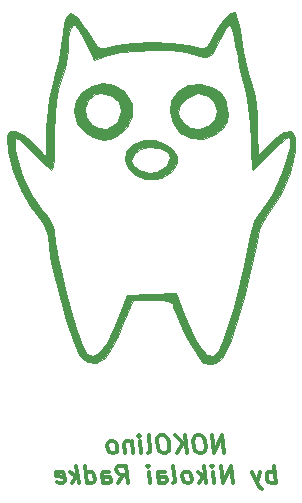
<source format=gbr>
G04 #@! TF.FileFunction,Legend,Bot*
%FSLAX46Y46*%
G04 Gerber Fmt 4.6, Leading zero omitted, Abs format (unit mm)*
G04 Created by KiCad (PCBNEW 4.0.6+dfsg1-1) date Tue Mar 13 19:58:14 2018*
%MOMM*%
%LPD*%
G01*
G04 APERTURE LIST*
%ADD10C,0.100000*%
%ADD11C,0.300000*%
%ADD12C,0.010000*%
G04 APERTURE END LIST*
D10*
D11*
X167941964Y-127103571D02*
X167754464Y-125603571D01*
X167084821Y-127103571D01*
X166897321Y-125603571D01*
X165897321Y-125603571D02*
X165611607Y-125603571D01*
X165477678Y-125675000D01*
X165352678Y-125817857D01*
X165316964Y-126103571D01*
X165379464Y-126603571D01*
X165486607Y-126889286D01*
X165647321Y-127032143D01*
X165799107Y-127103571D01*
X166084821Y-127103571D01*
X166218750Y-127032143D01*
X166343750Y-126889286D01*
X166379464Y-126603571D01*
X166316964Y-126103571D01*
X166209821Y-125817857D01*
X166049107Y-125675000D01*
X165897321Y-125603571D01*
X164799106Y-127103571D02*
X164611606Y-125603571D01*
X163941963Y-127103571D02*
X164477678Y-126246429D01*
X163754463Y-125603571D02*
X164718749Y-126460714D01*
X162825892Y-125603571D02*
X162540178Y-125603571D01*
X162406249Y-125675000D01*
X162281249Y-125817857D01*
X162245535Y-126103571D01*
X162308035Y-126603571D01*
X162415178Y-126889286D01*
X162575892Y-127032143D01*
X162727678Y-127103571D01*
X163013392Y-127103571D01*
X163147321Y-127032143D01*
X163272321Y-126889286D01*
X163308035Y-126603571D01*
X163245535Y-126103571D01*
X163138392Y-125817857D01*
X162977678Y-125675000D01*
X162825892Y-125603571D01*
X161513391Y-127103571D02*
X161647321Y-127032143D01*
X161700892Y-126889286D01*
X161540177Y-125603571D01*
X160941963Y-127103571D02*
X160816963Y-126103571D01*
X160754463Y-125603571D02*
X160834821Y-125675000D01*
X160772321Y-125746429D01*
X160691964Y-125675000D01*
X160754463Y-125603571D01*
X160772321Y-125746429D01*
X160102677Y-126103571D02*
X160227677Y-127103571D01*
X160120535Y-126246429D02*
X160040178Y-126175000D01*
X159888391Y-126103571D01*
X159674106Y-126103571D01*
X159540178Y-126175000D01*
X159486606Y-126317857D01*
X159584820Y-127103571D01*
X158656248Y-127103571D02*
X158790178Y-127032143D01*
X158852677Y-126960714D01*
X158906249Y-126817857D01*
X158852678Y-126389286D01*
X158763392Y-126246429D01*
X158683035Y-126175000D01*
X158531248Y-126103571D01*
X158316963Y-126103571D01*
X158183035Y-126175000D01*
X158120535Y-126246429D01*
X158066963Y-126389286D01*
X158120534Y-126817857D01*
X158209820Y-126960714D01*
X158290178Y-127032143D01*
X158441963Y-127103571D01*
X158656248Y-127103571D01*
X172334821Y-129653571D02*
X172147321Y-128153571D01*
X172218750Y-128725000D02*
X172066964Y-128653571D01*
X171781250Y-128653571D01*
X171647322Y-128725000D01*
X171584822Y-128796429D01*
X171531250Y-128939286D01*
X171584821Y-129367857D01*
X171674107Y-129510714D01*
X171754465Y-129582143D01*
X171906250Y-129653571D01*
X172191964Y-129653571D01*
X172325893Y-129582143D01*
X170995535Y-128653571D02*
X170763392Y-129653571D01*
X170281250Y-128653571D02*
X170763392Y-129653571D01*
X170950893Y-130010714D01*
X171031250Y-130082143D01*
X171183035Y-130153571D01*
X168691964Y-129653571D02*
X168504464Y-128153571D01*
X167834821Y-129653571D01*
X167647321Y-128153571D01*
X167120535Y-129653571D02*
X166995535Y-128653571D01*
X166933035Y-128153571D02*
X167013393Y-128225000D01*
X166950893Y-128296429D01*
X166870536Y-128225000D01*
X166933035Y-128153571D01*
X166950893Y-128296429D01*
X166406249Y-129653571D02*
X166218749Y-128153571D01*
X166191964Y-129082143D02*
X165834821Y-129653571D01*
X165709821Y-128653571D02*
X166352678Y-129225000D01*
X164977677Y-129653571D02*
X165111607Y-129582143D01*
X165174106Y-129510714D01*
X165227678Y-129367857D01*
X165174107Y-128939286D01*
X165084821Y-128796429D01*
X165004464Y-128725000D01*
X164852677Y-128653571D01*
X164638392Y-128653571D01*
X164504464Y-128725000D01*
X164441964Y-128796429D01*
X164388392Y-128939286D01*
X164441963Y-129367857D01*
X164531249Y-129510714D01*
X164611607Y-129582143D01*
X164763392Y-129653571D01*
X164977677Y-129653571D01*
X163620534Y-129653571D02*
X163754464Y-129582143D01*
X163808035Y-129439286D01*
X163647320Y-128153571D01*
X162406249Y-129653571D02*
X162308035Y-128867857D01*
X162361607Y-128725000D01*
X162495535Y-128653571D01*
X162781249Y-128653571D01*
X162933035Y-128725000D01*
X162397321Y-129582143D02*
X162549106Y-129653571D01*
X162906249Y-129653571D01*
X163040178Y-129582143D01*
X163093750Y-129439286D01*
X163075893Y-129296429D01*
X162986606Y-129153571D01*
X162834821Y-129082143D01*
X162477678Y-129082143D01*
X162325892Y-129010714D01*
X161691963Y-129653571D02*
X161566963Y-128653571D01*
X161504463Y-128153571D02*
X161584821Y-128225000D01*
X161522321Y-128296429D01*
X161441964Y-128225000D01*
X161504463Y-128153571D01*
X161522321Y-128296429D01*
X158977677Y-129653571D02*
X159388392Y-128939286D01*
X159834820Y-129653571D02*
X159647320Y-128153571D01*
X159075892Y-128153571D01*
X158941963Y-128225000D01*
X158879464Y-128296429D01*
X158825892Y-128439286D01*
X158852677Y-128653571D01*
X158941964Y-128796429D01*
X159022320Y-128867857D01*
X159174107Y-128939286D01*
X159745535Y-128939286D01*
X157691963Y-129653571D02*
X157593749Y-128867857D01*
X157647321Y-128725000D01*
X157781249Y-128653571D01*
X158066963Y-128653571D01*
X158218749Y-128725000D01*
X157683035Y-129582143D02*
X157834820Y-129653571D01*
X158191963Y-129653571D01*
X158325892Y-129582143D01*
X158379464Y-129439286D01*
X158361607Y-129296429D01*
X158272320Y-129153571D01*
X158120535Y-129082143D01*
X157763392Y-129082143D01*
X157611606Y-129010714D01*
X156334820Y-129653571D02*
X156147320Y-128153571D01*
X156325892Y-129582143D02*
X156477677Y-129653571D01*
X156763391Y-129653571D01*
X156897321Y-129582143D01*
X156959820Y-129510714D01*
X157013392Y-129367857D01*
X156959821Y-128939286D01*
X156870535Y-128796429D01*
X156790178Y-128725000D01*
X156638391Y-128653571D01*
X156352677Y-128653571D01*
X156218749Y-128725000D01*
X155620534Y-129653571D02*
X155433034Y-128153571D01*
X155406249Y-129082143D02*
X155049106Y-129653571D01*
X154924106Y-128653571D02*
X155566963Y-129225000D01*
X153825892Y-129582143D02*
X153977677Y-129653571D01*
X154263391Y-129653571D01*
X154397320Y-129582143D01*
X154450892Y-129439286D01*
X154379463Y-128867857D01*
X154290177Y-128725000D01*
X154138391Y-128653571D01*
X153852677Y-128653571D01*
X153718749Y-128725000D01*
X153665177Y-128867857D01*
X153683034Y-129010714D01*
X154415177Y-129153571D01*
D12*
G36*
X168481860Y-89813148D02*
X167999074Y-90273323D01*
X167467834Y-90962873D01*
X166998515Y-91748432D01*
X166839436Y-92091666D01*
X166473347Y-92717596D01*
X166076186Y-92837213D01*
X166019827Y-92818907D01*
X164919203Y-92542514D01*
X163459045Y-92372170D01*
X161834807Y-92311033D01*
X160241941Y-92362258D01*
X158875902Y-92529004D01*
X158224983Y-92693006D01*
X157786554Y-92832963D01*
X157471294Y-92836738D01*
X157178195Y-92622806D01*
X156806247Y-92109641D01*
X156254441Y-91215719D01*
X156119377Y-90993551D01*
X155519199Y-90193325D01*
X155005632Y-89872534D01*
X154624124Y-90052955D01*
X154532302Y-90233040D01*
X154426357Y-90690367D01*
X154287507Y-91527316D01*
X154145983Y-92561374D01*
X153943048Y-93790353D01*
X153661309Y-95002799D01*
X153415863Y-95783333D01*
X153089447Y-97072603D01*
X152916078Y-98795931D01*
X152893817Y-99526160D01*
X152860000Y-101998987D01*
X151780447Y-100866716D01*
X150959820Y-100141575D01*
X150266906Y-99781602D01*
X149780606Y-99809698D01*
X149581007Y-100228333D01*
X149678857Y-101617049D01*
X150086822Y-103207416D01*
X150729174Y-104789114D01*
X151530183Y-106151820D01*
X151866198Y-106575062D01*
X152644121Y-107606909D01*
X152979226Y-108456800D01*
X153001112Y-108719856D01*
X153087960Y-109685384D01*
X153323962Y-111016815D01*
X153672305Y-112576632D01*
X154096177Y-114227319D01*
X154558766Y-115831359D01*
X155023257Y-117251235D01*
X155452840Y-118349432D01*
X155714253Y-118855000D01*
X156325178Y-119385911D01*
X157076862Y-119434876D01*
X157825655Y-119007505D01*
X158046828Y-118763928D01*
X158439424Y-118136787D01*
X158924472Y-117184102D01*
X159398398Y-116109640D01*
X159407867Y-116086295D01*
X160197778Y-114134733D01*
X161846978Y-114131255D01*
X162794602Y-114155554D01*
X163322599Y-114264056D01*
X163574478Y-114502546D01*
X163647288Y-114705628D01*
X163927578Y-115508118D01*
X164372189Y-116503095D01*
X164902123Y-117542669D01*
X165438381Y-118478951D01*
X165901965Y-119164052D01*
X166173777Y-119435363D01*
X166849524Y-119561452D01*
X167276346Y-119483333D01*
X167776189Y-119024223D01*
X168298008Y-118031867D01*
X168504702Y-117503411D01*
X168862103Y-116432639D01*
X169262712Y-115087943D01*
X169673879Y-113597438D01*
X170062952Y-112089238D01*
X170397281Y-110691458D01*
X170644215Y-109532213D01*
X170771103Y-108739617D01*
X170781112Y-108571278D01*
X170955339Y-107965840D01*
X171402226Y-107167088D01*
X171780759Y-106652835D01*
X172749621Y-105143635D01*
X173493250Y-103347731D01*
X173908134Y-101529584D01*
X173947415Y-101117348D01*
X173912504Y-100530377D01*
X173558507Y-100530377D01*
X173515940Y-101148633D01*
X173295375Y-102039347D01*
X172937733Y-103088206D01*
X172483934Y-104180899D01*
X171974899Y-105203115D01*
X171451548Y-106040541D01*
X171225787Y-106322696D01*
X170449099Y-107473702D01*
X170109741Y-108707220D01*
X169890494Y-109986448D01*
X169542263Y-111607621D01*
X169113532Y-113376865D01*
X168652789Y-115100304D01*
X168208516Y-116584064D01*
X167958216Y-117310350D01*
X167475650Y-118370168D01*
X167005824Y-118872569D01*
X166511331Y-118822346D01*
X165954764Y-118224295D01*
X165581333Y-117615007D01*
X165026517Y-116515183D01*
X164506267Y-115315367D01*
X164358304Y-114923285D01*
X163867755Y-113542111D01*
X161778067Y-113623278D01*
X159688379Y-113704444D01*
X159308371Y-114804606D01*
X158638740Y-116528194D01*
X157984487Y-117801252D01*
X157366151Y-118600487D01*
X156804272Y-118902610D01*
X156319389Y-118684328D01*
X156130676Y-118408048D01*
X155817879Y-117667267D01*
X155428138Y-116516718D01*
X155000361Y-115099058D01*
X154573459Y-113556947D01*
X154186342Y-112033041D01*
X153877921Y-110669999D01*
X153687106Y-109610480D01*
X153654624Y-109330000D01*
X153520666Y-108241149D01*
X153293842Y-107496426D01*
X152888684Y-106875559D01*
X152559534Y-106507778D01*
X151585492Y-105177188D01*
X150800495Y-103522916D01*
X150311612Y-101779737D01*
X150262944Y-101471877D01*
X150194557Y-100770594D01*
X150268743Y-100444141D01*
X150540957Y-100506138D01*
X151066656Y-100970209D01*
X151901296Y-101849976D01*
X151930337Y-101881469D01*
X152578329Y-102542959D01*
X153092083Y-102992701D01*
X153319278Y-103121111D01*
X153418393Y-102857948D01*
X153498443Y-102144517D01*
X153550349Y-101094909D01*
X153565556Y-100027115D01*
X153592298Y-98432796D01*
X153685621Y-97243419D01*
X153865173Y-96301439D01*
X154130000Y-95501111D01*
X154461576Y-94461549D01*
X154666566Y-93437530D01*
X154698299Y-93021219D01*
X154761579Y-91971534D01*
X154923125Y-91214461D01*
X155153298Y-90856737D01*
X155296342Y-90867591D01*
X155558373Y-91191573D01*
X155958335Y-91855149D01*
X156250685Y-92404596D01*
X156949526Y-93783691D01*
X158115246Y-93372401D01*
X159115691Y-93144945D01*
X160452009Y-93007977D01*
X161944777Y-92961723D01*
X163414574Y-93006410D01*
X164681978Y-93142264D01*
X165552280Y-93363030D01*
X166128429Y-93574785D01*
X166534135Y-93573060D01*
X166882029Y-93278444D01*
X167284744Y-92611525D01*
X167662202Y-91875429D01*
X168051884Y-91206473D01*
X168364825Y-90851734D01*
X168472466Y-90839984D01*
X168608909Y-91195203D01*
X168788902Y-91952079D01*
X168975596Y-92953579D01*
X168992150Y-93054555D01*
X169232755Y-94354674D01*
X169527829Y-95694608D01*
X169768261Y-96620949D01*
X170003121Y-97765953D01*
X170162011Y-99218119D01*
X170216667Y-100642615D01*
X170230334Y-101746315D01*
X170266882Y-102597104D01*
X170319636Y-103067495D01*
X170346469Y-103121111D01*
X170589450Y-102930738D01*
X171103435Y-102431008D01*
X171778411Y-101729005D01*
X171796200Y-101710000D01*
X172495626Y-101001018D01*
X173064618Y-100494382D01*
X173380882Y-100298904D01*
X173382155Y-100298889D01*
X173558507Y-100530377D01*
X173912504Y-100530377D01*
X173892919Y-100201112D01*
X173580149Y-99785647D01*
X173012366Y-99871527D01*
X172192833Y-100459327D01*
X171878708Y-100752778D01*
X170781112Y-101824553D01*
X170760140Y-99862276D01*
X170725515Y-98475751D01*
X170634478Y-97425078D01*
X170454007Y-96482150D01*
X170151081Y-95418859D01*
X170087949Y-95218889D01*
X169832418Y-94267413D01*
X169564356Y-93036975D01*
X169360234Y-91903694D01*
X169173370Y-90889808D01*
X168980714Y-90114166D01*
X168820694Y-89728416D01*
X168805814Y-89715715D01*
X168481860Y-89813148D01*
X168481860Y-89813148D01*
G37*
X168481860Y-89813148D02*
X167999074Y-90273323D01*
X167467834Y-90962873D01*
X166998515Y-91748432D01*
X166839436Y-92091666D01*
X166473347Y-92717596D01*
X166076186Y-92837213D01*
X166019827Y-92818907D01*
X164919203Y-92542514D01*
X163459045Y-92372170D01*
X161834807Y-92311033D01*
X160241941Y-92362258D01*
X158875902Y-92529004D01*
X158224983Y-92693006D01*
X157786554Y-92832963D01*
X157471294Y-92836738D01*
X157178195Y-92622806D01*
X156806247Y-92109641D01*
X156254441Y-91215719D01*
X156119377Y-90993551D01*
X155519199Y-90193325D01*
X155005632Y-89872534D01*
X154624124Y-90052955D01*
X154532302Y-90233040D01*
X154426357Y-90690367D01*
X154287507Y-91527316D01*
X154145983Y-92561374D01*
X153943048Y-93790353D01*
X153661309Y-95002799D01*
X153415863Y-95783333D01*
X153089447Y-97072603D01*
X152916078Y-98795931D01*
X152893817Y-99526160D01*
X152860000Y-101998987D01*
X151780447Y-100866716D01*
X150959820Y-100141575D01*
X150266906Y-99781602D01*
X149780606Y-99809698D01*
X149581007Y-100228333D01*
X149678857Y-101617049D01*
X150086822Y-103207416D01*
X150729174Y-104789114D01*
X151530183Y-106151820D01*
X151866198Y-106575062D01*
X152644121Y-107606909D01*
X152979226Y-108456800D01*
X153001112Y-108719856D01*
X153087960Y-109685384D01*
X153323962Y-111016815D01*
X153672305Y-112576632D01*
X154096177Y-114227319D01*
X154558766Y-115831359D01*
X155023257Y-117251235D01*
X155452840Y-118349432D01*
X155714253Y-118855000D01*
X156325178Y-119385911D01*
X157076862Y-119434876D01*
X157825655Y-119007505D01*
X158046828Y-118763928D01*
X158439424Y-118136787D01*
X158924472Y-117184102D01*
X159398398Y-116109640D01*
X159407867Y-116086295D01*
X160197778Y-114134733D01*
X161846978Y-114131255D01*
X162794602Y-114155554D01*
X163322599Y-114264056D01*
X163574478Y-114502546D01*
X163647288Y-114705628D01*
X163927578Y-115508118D01*
X164372189Y-116503095D01*
X164902123Y-117542669D01*
X165438381Y-118478951D01*
X165901965Y-119164052D01*
X166173777Y-119435363D01*
X166849524Y-119561452D01*
X167276346Y-119483333D01*
X167776189Y-119024223D01*
X168298008Y-118031867D01*
X168504702Y-117503411D01*
X168862103Y-116432639D01*
X169262712Y-115087943D01*
X169673879Y-113597438D01*
X170062952Y-112089238D01*
X170397281Y-110691458D01*
X170644215Y-109532213D01*
X170771103Y-108739617D01*
X170781112Y-108571278D01*
X170955339Y-107965840D01*
X171402226Y-107167088D01*
X171780759Y-106652835D01*
X172749621Y-105143635D01*
X173493250Y-103347731D01*
X173908134Y-101529584D01*
X173947415Y-101117348D01*
X173912504Y-100530377D01*
X173558507Y-100530377D01*
X173515940Y-101148633D01*
X173295375Y-102039347D01*
X172937733Y-103088206D01*
X172483934Y-104180899D01*
X171974899Y-105203115D01*
X171451548Y-106040541D01*
X171225787Y-106322696D01*
X170449099Y-107473702D01*
X170109741Y-108707220D01*
X169890494Y-109986448D01*
X169542263Y-111607621D01*
X169113532Y-113376865D01*
X168652789Y-115100304D01*
X168208516Y-116584064D01*
X167958216Y-117310350D01*
X167475650Y-118370168D01*
X167005824Y-118872569D01*
X166511331Y-118822346D01*
X165954764Y-118224295D01*
X165581333Y-117615007D01*
X165026517Y-116515183D01*
X164506267Y-115315367D01*
X164358304Y-114923285D01*
X163867755Y-113542111D01*
X161778067Y-113623278D01*
X159688379Y-113704444D01*
X159308371Y-114804606D01*
X158638740Y-116528194D01*
X157984487Y-117801252D01*
X157366151Y-118600487D01*
X156804272Y-118902610D01*
X156319389Y-118684328D01*
X156130676Y-118408048D01*
X155817879Y-117667267D01*
X155428138Y-116516718D01*
X155000361Y-115099058D01*
X154573459Y-113556947D01*
X154186342Y-112033041D01*
X153877921Y-110669999D01*
X153687106Y-109610480D01*
X153654624Y-109330000D01*
X153520666Y-108241149D01*
X153293842Y-107496426D01*
X152888684Y-106875559D01*
X152559534Y-106507778D01*
X151585492Y-105177188D01*
X150800495Y-103522916D01*
X150311612Y-101779737D01*
X150262944Y-101471877D01*
X150194557Y-100770594D01*
X150268743Y-100444141D01*
X150540957Y-100506138D01*
X151066656Y-100970209D01*
X151901296Y-101849976D01*
X151930337Y-101881469D01*
X152578329Y-102542959D01*
X153092083Y-102992701D01*
X153319278Y-103121111D01*
X153418393Y-102857948D01*
X153498443Y-102144517D01*
X153550349Y-101094909D01*
X153565556Y-100027115D01*
X153592298Y-98432796D01*
X153685621Y-97243419D01*
X153865173Y-96301439D01*
X154130000Y-95501111D01*
X154461576Y-94461549D01*
X154666566Y-93437530D01*
X154698299Y-93021219D01*
X154761579Y-91971534D01*
X154923125Y-91214461D01*
X155153298Y-90856737D01*
X155296342Y-90867591D01*
X155558373Y-91191573D01*
X155958335Y-91855149D01*
X156250685Y-92404596D01*
X156949526Y-93783691D01*
X158115246Y-93372401D01*
X159115691Y-93144945D01*
X160452009Y-93007977D01*
X161944777Y-92961723D01*
X163414574Y-93006410D01*
X164681978Y-93142264D01*
X165552280Y-93363030D01*
X166128429Y-93574785D01*
X166534135Y-93573060D01*
X166882029Y-93278444D01*
X167284744Y-92611525D01*
X167662202Y-91875429D01*
X168051884Y-91206473D01*
X168364825Y-90851734D01*
X168472466Y-90839984D01*
X168608909Y-91195203D01*
X168788902Y-91952079D01*
X168975596Y-92953579D01*
X168992150Y-93054555D01*
X169232755Y-94354674D01*
X169527829Y-95694608D01*
X169768261Y-96620949D01*
X170003121Y-97765953D01*
X170162011Y-99218119D01*
X170216667Y-100642615D01*
X170230334Y-101746315D01*
X170266882Y-102597104D01*
X170319636Y-103067495D01*
X170346469Y-103121111D01*
X170589450Y-102930738D01*
X171103435Y-102431008D01*
X171778411Y-101729005D01*
X171796200Y-101710000D01*
X172495626Y-101001018D01*
X173064618Y-100494382D01*
X173380882Y-100298904D01*
X173382155Y-100298889D01*
X173558507Y-100530377D01*
X173912504Y-100530377D01*
X173892919Y-100201112D01*
X173580149Y-99785647D01*
X173012366Y-99871527D01*
X172192833Y-100459327D01*
X171878708Y-100752778D01*
X170781112Y-101824553D01*
X170760140Y-99862276D01*
X170725515Y-98475751D01*
X170634478Y-97425078D01*
X170454007Y-96482150D01*
X170151081Y-95418859D01*
X170087949Y-95218889D01*
X169832418Y-94267413D01*
X169564356Y-93036975D01*
X169360234Y-91903694D01*
X169173370Y-90889808D01*
X168980714Y-90114166D01*
X168820694Y-89728416D01*
X168805814Y-89715715D01*
X168481860Y-89813148D01*
G36*
X160304901Y-100902925D02*
X160119463Y-101020448D01*
X159593181Y-101634393D01*
X159523523Y-102317977D01*
X159826615Y-102978184D01*
X160418580Y-103521999D01*
X161215542Y-103856407D01*
X162133625Y-103888394D01*
X162596667Y-103767559D01*
X163150363Y-103458932D01*
X163513889Y-103181655D01*
X163958844Y-102543479D01*
X163946805Y-102132170D01*
X163374325Y-102132170D01*
X163067684Y-102725559D01*
X162894687Y-102882847D01*
X162234965Y-103301631D01*
X161586481Y-103363514D01*
X160761026Y-103120656D01*
X160185202Y-102730157D01*
X160062537Y-102250394D01*
X160311425Y-101772722D01*
X160850258Y-101388497D01*
X161597432Y-101189075D01*
X162428008Y-101254534D01*
X163152191Y-101610747D01*
X163374325Y-102132170D01*
X163946805Y-102132170D01*
X163940186Y-101906064D01*
X163555406Y-101331481D01*
X162901996Y-100881804D01*
X162077448Y-100619104D01*
X161179252Y-100605454D01*
X160304901Y-100902925D01*
X160304901Y-100902925D01*
G37*
X160304901Y-100902925D02*
X160119463Y-101020448D01*
X159593181Y-101634393D01*
X159523523Y-102317977D01*
X159826615Y-102978184D01*
X160418580Y-103521999D01*
X161215542Y-103856407D01*
X162133625Y-103888394D01*
X162596667Y-103767559D01*
X163150363Y-103458932D01*
X163513889Y-103181655D01*
X163958844Y-102543479D01*
X163946805Y-102132170D01*
X163374325Y-102132170D01*
X163067684Y-102725559D01*
X162894687Y-102882847D01*
X162234965Y-103301631D01*
X161586481Y-103363514D01*
X160761026Y-103120656D01*
X160185202Y-102730157D01*
X160062537Y-102250394D01*
X160311425Y-101772722D01*
X160850258Y-101388497D01*
X161597432Y-101189075D01*
X162428008Y-101254534D01*
X163152191Y-101610747D01*
X163374325Y-102132170D01*
X163946805Y-102132170D01*
X163940186Y-101906064D01*
X163555406Y-101331481D01*
X162901996Y-100881804D01*
X162077448Y-100619104D01*
X161179252Y-100605454D01*
X160304901Y-100902925D01*
G36*
X164883097Y-95960619D02*
X164019864Y-96470262D01*
X163469435Y-97319188D01*
X163330445Y-98151920D01*
X163575336Y-99186340D01*
X164216395Y-99973544D01*
X165113203Y-100440424D01*
X166125338Y-100513871D01*
X167112223Y-100120885D01*
X167821048Y-99547233D01*
X168152237Y-99003343D01*
X168236790Y-98275860D01*
X168216765Y-98107679D01*
X167350565Y-98107679D01*
X167190315Y-98832366D01*
X166767204Y-99295108D01*
X165870112Y-99695772D01*
X165063274Y-99548521D01*
X164572223Y-99170000D01*
X164153603Y-98611260D01*
X164007778Y-98182222D01*
X164243676Y-97581143D01*
X164810214Y-97012462D01*
X165495662Y-96664881D01*
X165749445Y-96630000D01*
X166569322Y-96847264D01*
X167123298Y-97392901D01*
X167350565Y-98107679D01*
X168216765Y-98107679D01*
X168115594Y-97258027D01*
X167671819Y-96578884D01*
X167092038Y-96196229D01*
X165945150Y-95849520D01*
X164883097Y-95960619D01*
X164883097Y-95960619D01*
G37*
X164883097Y-95960619D02*
X164019864Y-96470262D01*
X163469435Y-97319188D01*
X163330445Y-98151920D01*
X163575336Y-99186340D01*
X164216395Y-99973544D01*
X165113203Y-100440424D01*
X166125338Y-100513871D01*
X167112223Y-100120885D01*
X167821048Y-99547233D01*
X168152237Y-99003343D01*
X168236790Y-98275860D01*
X168216765Y-98107679D01*
X167350565Y-98107679D01*
X167190315Y-98832366D01*
X166767204Y-99295108D01*
X165870112Y-99695772D01*
X165063274Y-99548521D01*
X164572223Y-99170000D01*
X164153603Y-98611260D01*
X164007778Y-98182222D01*
X164243676Y-97581143D01*
X164810214Y-97012462D01*
X165495662Y-96664881D01*
X165749445Y-96630000D01*
X166569322Y-96847264D01*
X167123298Y-97392901D01*
X167350565Y-98107679D01*
X168216765Y-98107679D01*
X168115594Y-97258027D01*
X167671819Y-96578884D01*
X167092038Y-96196229D01*
X165945150Y-95849520D01*
X164883097Y-95960619D01*
G36*
X156748749Y-95988987D02*
X155943787Y-96498912D01*
X155407460Y-97306335D01*
X155258889Y-98149235D01*
X155494308Y-99213359D01*
X156209423Y-99988782D01*
X156873279Y-100322525D01*
X157658475Y-100542692D01*
X158314597Y-100459833D01*
X158968400Y-100153149D01*
X159688421Y-99485416D01*
X160105617Y-98549944D01*
X160115143Y-98168397D01*
X159222586Y-98168397D01*
X158920355Y-98994743D01*
X158742926Y-99218333D01*
X158056661Y-99677301D01*
X157275761Y-99600605D01*
X156732797Y-99295108D01*
X156233407Y-98664883D01*
X156152493Y-97910013D01*
X156435573Y-97207016D01*
X157028166Y-96732408D01*
X157555380Y-96630000D01*
X158476407Y-96847206D01*
X159053373Y-97406278D01*
X159222586Y-98168397D01*
X160115143Y-98168397D01*
X160129909Y-97577027D01*
X160063481Y-97353476D01*
X159479713Y-96458804D01*
X158646286Y-95947473D01*
X157692774Y-95798021D01*
X156748749Y-95988987D01*
X156748749Y-95988987D01*
G37*
X156748749Y-95988987D02*
X155943787Y-96498912D01*
X155407460Y-97306335D01*
X155258889Y-98149235D01*
X155494308Y-99213359D01*
X156209423Y-99988782D01*
X156873279Y-100322525D01*
X157658475Y-100542692D01*
X158314597Y-100459833D01*
X158968400Y-100153149D01*
X159688421Y-99485416D01*
X160105617Y-98549944D01*
X160115143Y-98168397D01*
X159222586Y-98168397D01*
X158920355Y-98994743D01*
X158742926Y-99218333D01*
X158056661Y-99677301D01*
X157275761Y-99600605D01*
X156732797Y-99295108D01*
X156233407Y-98664883D01*
X156152493Y-97910013D01*
X156435573Y-97207016D01*
X157028166Y-96732408D01*
X157555380Y-96630000D01*
X158476407Y-96847206D01*
X159053373Y-97406278D01*
X159222586Y-98168397D01*
X160115143Y-98168397D01*
X160129909Y-97577027D01*
X160063481Y-97353476D01*
X159479713Y-96458804D01*
X158646286Y-95947473D01*
X157692774Y-95798021D01*
X156748749Y-95988987D01*
M02*

</source>
